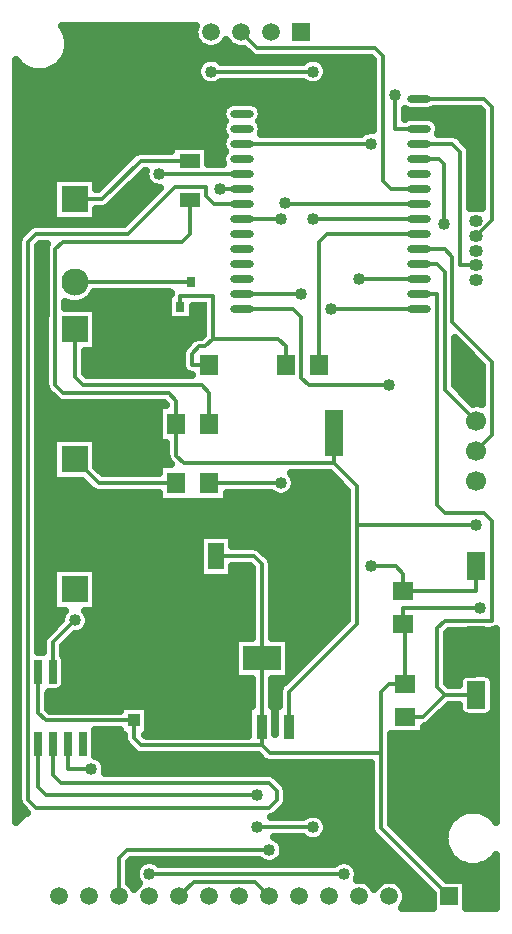
<source format=gtl>
G04 DipTrace 3.3.0.0*
G04 ESP32externalssr.gtl*
%MOIN*%
G04 #@! TF.FileFunction,Copper,L1,Top*
G04 #@! TF.Part,Single*
%AMOUTLINE0*
4,1,4,
-0.031496,-0.045276,
-0.031496,0.045276,
0.031496,0.045276,
0.031496,-0.045276,
-0.031496,-0.045276,
0*%
%AMOUTLINE1*
4,1,4,
-0.013,-0.04,
0.013,-0.04,
0.013,0.04,
-0.013,0.04,
-0.013,-0.04,
0*%
G04 #@! TA.AperFunction,Conductor*
%ADD13C,0.012992*%
G04 #@! TA.AperFunction,CopperBalancing*
%ADD14C,0.025*%
%ADD17R,0.062992X0.153543*%
%ADD19R,0.055118X0.088583*%
%ADD20R,0.03937X0.043307*%
%ADD21R,0.070866X0.047244*%
G04 #@! TA.AperFunction,ComponentPad*
%ADD22R,0.090551X0.090551*%
%ADD23C,0.090551*%
%ADD24R,0.045276X0.041339*%
%ADD25O,0.045276X0.041339*%
%ADD26R,0.066929X0.066929*%
%ADD27C,0.066929*%
%ADD28R,0.062992X0.070866*%
%ADD29R,0.070866X0.062992*%
%ADD31R,0.031496X0.035433*%
%ADD33R,0.037402X0.084646*%
%ADD34R,0.127953X0.084646*%
%ADD36O,0.07874X0.027559*%
G04 #@! TA.AperFunction,ComponentPad*
%ADD38R,0.059055X0.059055*%
%ADD39C,0.059055*%
G04 #@! TA.AperFunction,ViaPad*
%ADD40C,0.04*%
%ADD89OUTLINE0*%
%ADD90OUTLINE1*%
%FSLAX26Y26*%
G04*
G70*
G90*
G75*
G01*
G04 Top*
%LPD*%
X507795Y1221673D2*
D13*
Y1085157D1*
X533780Y1059173D1*
X826546D1*
X1968819Y2674882D2*
X2021776Y2727839D1*
Y3105530D1*
X1995790Y3131516D1*
X1778318D1*
X826546Y1059173D2*
Y1001937D1*
X852530Y975953D1*
X1253318D1*
X1279302Y949969D1*
X1650610D1*
Y701201D1*
X1879055Y472756D1*
X1650610Y949969D2*
Y1155530D1*
X1676596Y1181516D1*
X1731516D1*
X1253318Y975953D2*
Y1037765D1*
Y1266112D2*
Y1580528D1*
X1227329Y1606516D1*
X1100266D1*
X1253318Y1037765D2*
Y1266112D1*
X1725266Y1381516D2*
Y1432500D1*
X1980315D1*
X1731516Y1181516D2*
Y1381516D1*
X1725266D1*
X1618547Y1573917D2*
X1699283D1*
X1725266Y1547934D1*
Y1491752D1*
X1618547Y2981516D2*
X1187766D1*
X1725266Y1491752D2*
X1968819D1*
Y1575265D1*
X1162766Y1037765D2*
Y1472657D1*
X1100266D1*
X1968819Y2773307D2*
Y3055531D1*
X1942835Y3081516D1*
X1778318D1*
X1187766Y3131516D2*
X1246626D1*
Y3168988D1*
X1324453D1*
X746094Y2244409D2*
X968819D1*
X1100266Y1472657D2*
X1028075D1*
X1002091Y1498642D1*
Y1653071D1*
X1126795Y1777776D1*
X1494016D1*
Y1681516D1*
X826546Y1126102D2*
X693878D1*
X657795Y1162185D1*
X607795D1*
Y1221673D1*
X853071Y3131516D2*
X983024Y3261469D1*
X1324453D1*
X1002091Y1653071D2*
X630236D1*
X1968819Y1327234D2*
X2019803D1*
Y1248965D1*
X2008307D1*
X657795Y1162185D2*
Y1221673D1*
X1100266Y1472657D2*
Y1152087D1*
X1074282Y1126102D1*
X826546D1*
X1324453Y3168988D2*
X1458933Y3034508D1*
X1618547D1*
X968819Y2244409D2*
Y2305831D1*
X994803Y2331815D1*
X1030332D1*
X1056319Y2357802D1*
Y2437765D1*
X1968819Y895984D2*
Y817720D1*
X1779055D1*
X2008307Y1248965D2*
Y1208783D1*
X2019803D1*
Y895984D1*
X1968819D1*
X1731516Y1071280D2*
X1790425D1*
X1863161Y1144016D1*
X1837177Y1170000D1*
Y1366016D1*
X1863161Y1392000D1*
X2019803D1*
Y1725047D1*
X1993819Y1751031D1*
X1863161D1*
X1837177Y1777016D1*
Y2481516D1*
X1778318D1*
X1968819Y1144016D2*
X1863161D1*
X1483508Y2431516D2*
X1778318D1*
X1579055Y2531516D2*
X1778318D1*
X1384961Y2481516D2*
X1187766D1*
X1679055Y2175988D2*
X1410752D1*
X1384768Y2201972D1*
Y2405531D1*
X1358783Y2431516D1*
X1187766D1*
X1238976Y810913D2*
X533780D1*
X507795Y836898D1*
Y979673D1*
X1084961Y3221980D2*
X1424453D1*
X1279055Y472756D2*
X1230035Y521776D1*
X1028075D1*
X979055Y472756D1*
X1424453Y703154D2*
X1238976D1*
X1424453Y2731516D2*
X1778318D1*
X1184961Y3353858D2*
X1237862Y3300957D1*
X1632051D1*
X1658035Y3274972D1*
Y2857500D1*
X1684020Y2831516D1*
X1778318D1*
X685555Y896386D2*
X607795D1*
Y979673D1*
X1697524Y3145020D2*
Y3031516D1*
X1778318D1*
X879055Y547760D2*
X1528075D1*
X1278465Y626736D2*
X805043D1*
X779055Y600748D1*
Y472756D1*
X1331457Y2784508D2*
X1334449Y2781516D1*
X1778318D1*
X630236Y1930236D2*
X709764Y1850709D1*
X968819D1*
X911295Y2881516D2*
X1187766D1*
X1115402Y2831516D2*
X1187766D1*
Y2781516D2*
X1093673D1*
X1067689Y2807500D1*
Y2838457D1*
X963421D1*
X806484Y2681520D1*
X501287D1*
X475303Y2655535D1*
Y794610D1*
X501287Y768626D1*
X1278465D1*
X1304449Y794610D1*
Y824417D1*
X1278465Y850402D1*
X583780D1*
X557795Y876386D1*
Y979673D1*
X630236Y2363307D2*
Y2202878D1*
X656220Y2176894D1*
X1053071D1*
X1079055Y2150909D1*
Y2047559D1*
X1012766Y2795344D2*
Y2681522D1*
X986780Y2655535D1*
X591453D1*
X565469Y2629551D1*
Y2176894D1*
X591453Y2150909D1*
X942835D1*
X968819Y2124925D1*
Y2047559D1*
Y1942165D1*
X994803Y1916181D1*
X1494016D1*
X1570984Y1839213D1*
Y1711543D1*
Y1381669D1*
X1343869Y1154554D1*
Y1037765D1*
X1570984Y1711543D2*
X1968819D1*
X1494016Y1916181D2*
Y2016161D1*
X1444016Y2244409D2*
Y2655530D1*
X1470001Y2681516D1*
X1778318D1*
X630236Y2796378D2*
X720823D1*
X849710Y2925265D1*
X1012766D1*
X630236Y2519213D2*
X746350D1*
X747580Y2520442D1*
X1018917D1*
X1079055Y2244409D2*
X1019803D1*
Y2279846D1*
X1045787Y2305831D1*
X1065571D1*
X1091555Y2331815D1*
Y2474972D1*
X981516D1*
Y2437765D1*
X1091555Y2331815D2*
X1307795D1*
X1333780Y2305831D1*
Y2244409D1*
X1317953Y2731516D2*
X1187766D1*
X1079055Y1850709D2*
X1317953D1*
X630236Y1392913D2*
X557795Y1320472D1*
Y1221673D1*
X1778318Y2981516D2*
X1889157D1*
X1915142Y2955531D1*
Y2753283D1*
Y2576457D1*
X1968819D1*
Y2056516D2*
X1863161Y2162173D1*
Y2555530D1*
X1837176Y2581516D1*
X1778318D1*
Y2931516D2*
X1844374D1*
X1862150Y2913740D1*
X1862154Y2713799D1*
X1968819Y1956516D2*
X2021772Y2009469D1*
Y2254055D1*
X1889146Y2386681D1*
Y2605531D1*
X1863161Y2631516D1*
X1778318D1*
D40*
X1980315Y1432500D3*
X1618547Y1573917D3*
Y2981516D3*
Y3034508D3*
X746094Y2244409D3*
X1324453Y3261469D3*
Y3168988D3*
X1779055Y817720D3*
X2008307Y1248965D3*
X853071Y3131516D3*
X1483508Y2431516D3*
X1579055Y2531516D3*
X1384961Y2481516D3*
X1679055Y2175988D3*
X1238976Y810913D3*
X1424453Y3221980D3*
X1084961D3*
X1238976Y703154D3*
X1424453D3*
Y2731516D3*
X685555Y896386D3*
X1697524Y3145020D3*
X1528075Y547760D3*
X879055D3*
X1278465Y626736D3*
X1331457Y2784508D3*
X1115402Y2831516D3*
X1968819Y1711543D3*
X1317953Y2731516D3*
Y1850709D3*
X630236Y1392913D3*
X911295Y2881516D3*
X1862154Y2713799D3*
X603562Y3348773D2*
D14*
X1026660D1*
X609483Y3323904D2*
X1035129D1*
X608657Y3299035D2*
X1070941D1*
X1098979D2*
X1170950D1*
X600978Y3274167D2*
X1216129D1*
X584148Y3249298D2*
X1044853D1*
X1464567D2*
X1622552D1*
X436593Y3224429D2*
X478421D1*
X545824D2*
X1036026D1*
X1473395D2*
X1622552D1*
X436593Y3199560D2*
X1041731D1*
X1467689D2*
X1622552D1*
X436593Y3174692D2*
X1622552D1*
X436593Y3149823D2*
X1622552D1*
X436593Y3124954D2*
X1622552D1*
X436593Y3100085D2*
X1123942D1*
X1251594D2*
X1622552D1*
X436593Y3075217D2*
X1119887D1*
X1255650D2*
X1622552D1*
X1733017D2*
X1986276D1*
X436593Y3050348D2*
X1124085D1*
X1251451D2*
X1622552D1*
X1841997D2*
X1986276D1*
X436593Y3025479D2*
X1119852D1*
X1255685D2*
X1600915D1*
X1846231D2*
X1986276D1*
X436593Y3000610D2*
X1124230D1*
X1919219D2*
X1986276D1*
X436593Y2975741D2*
X1119815D1*
X1943728D2*
X1986276D1*
X436593Y2950873D2*
X826427D1*
X1077197D2*
X1124373D1*
X1950618D2*
X1986276D1*
X436593Y2926004D2*
X801307D1*
X1077197D2*
X1119780D1*
X1950618D2*
X1986276D1*
X436593Y2901135D2*
X776440D1*
X1950618D2*
X1986276D1*
X436593Y2876266D2*
X751572D1*
X849871D2*
X862597D1*
X1950618D2*
X1986276D1*
X436593Y2851398D2*
X555967D1*
X704504D2*
X726705D1*
X825003D2*
X873364D1*
X1950618D2*
X1986276D1*
X436593Y2826529D2*
X555967D1*
X800135D2*
X902357D1*
X1950618D2*
X1986276D1*
X436593Y2801660D2*
X555967D1*
X775268D2*
X877490D1*
X1950618D2*
X1986276D1*
X436593Y2776791D2*
X555967D1*
X750400D2*
X852587D1*
X1950618D2*
X1986276D1*
X436593Y2751923D2*
X555967D1*
X704504D2*
X827718D1*
X436593Y2727054D2*
X555967D1*
X704504D2*
X802850D1*
X436593Y2702185D2*
X472787D1*
X510802Y2627579D2*
X529987D1*
X510802Y2602710D2*
X529987D1*
X510802Y2577841D2*
X529987D1*
X510802Y2552972D2*
X529987D1*
X510802Y2528104D2*
X529987D1*
X510802Y2503235D2*
X529987D1*
X510802Y2478366D2*
X529987D1*
X691730D2*
X936770D1*
X510802Y2453497D2*
X529987D1*
X661587D2*
X936770D1*
X510802Y2428629D2*
X529987D1*
X704504D2*
X936770D1*
X1026241D2*
X1056050D1*
X510802Y2403760D2*
X529987D1*
X704504D2*
X936770D1*
X1026241D2*
X1056050D1*
X510802Y2378891D2*
X529987D1*
X704504D2*
X1056050D1*
X510802Y2354022D2*
X529987D1*
X704504D2*
X1056050D1*
X510802Y2329154D2*
X529987D1*
X704504D2*
X1019950D1*
X510802Y2304285D2*
X529987D1*
X704504D2*
X995083D1*
X1898657D2*
X1922402D1*
X510802Y2279416D2*
X529987D1*
X665714D2*
X984316D1*
X1898657D2*
X1947269D1*
X510802Y2254547D2*
X529987D1*
X665714D2*
X984316D1*
X1898657D2*
X1972136D1*
X510802Y2229678D2*
X529987D1*
X665714D2*
X987798D1*
X1898657D2*
X1986276D1*
X510802Y2204810D2*
X529987D1*
X1898657D2*
X1986276D1*
X510802Y2179941D2*
X529987D1*
X1898657D2*
X1986276D1*
X510802Y2155072D2*
X538240D1*
X1919399D2*
X1986276D1*
X510802Y2130203D2*
X563000D1*
X1944266D2*
X1986276D1*
X510802Y2105335D2*
X908314D1*
X510802Y2080466D2*
X908314D1*
X510802Y2055597D2*
X908314D1*
X510802Y2030728D2*
X908314D1*
X510802Y2005860D2*
X908314D1*
X510802Y1980991D2*
X555967D1*
X704504D2*
X933325D1*
X510802Y1956122D2*
X555967D1*
X704504D2*
X933325D1*
X510802Y1931253D2*
X555967D1*
X704504D2*
X935192D1*
X510802Y1906385D2*
X555967D1*
X704504D2*
X908314D1*
X510802Y1881516D2*
X555967D1*
X1355264D2*
X1479518D1*
X510802Y1856647D2*
X654685D1*
X1366567D2*
X1504386D1*
X510802Y1831778D2*
X679552D1*
X1362907D2*
X1529255D1*
X510802Y1806909D2*
X908314D1*
X1139528D2*
X1299846D1*
X1336030D2*
X1535497D1*
X510802Y1782041D2*
X1535497D1*
X510802Y1757172D2*
X1535497D1*
X510802Y1732303D2*
X1535497D1*
X510802Y1707434D2*
X1535497D1*
X510802Y1682566D2*
X1535497D1*
X510802Y1657697D2*
X1043705D1*
X1156824D2*
X1535497D1*
X510802Y1632828D2*
X1043705D1*
X1249728D2*
X1535497D1*
X510802Y1607959D2*
X1043705D1*
X1275026D2*
X1535497D1*
X510802Y1583091D2*
X1043705D1*
X1288698D2*
X1535497D1*
X510802Y1558222D2*
X555967D1*
X704504D2*
X1043705D1*
X1156824D2*
X1217815D1*
X1288806D2*
X1535497D1*
X510802Y1533353D2*
X555967D1*
X704504D2*
X1217815D1*
X1288806D2*
X1535497D1*
X510802Y1508484D2*
X555967D1*
X704504D2*
X1217815D1*
X1288806D2*
X1535497D1*
X510802Y1483615D2*
X555967D1*
X704504D2*
X1217815D1*
X1288806D2*
X1535497D1*
X510802Y1458747D2*
X555967D1*
X704504D2*
X1217815D1*
X1288806D2*
X1535497D1*
X510802Y1433878D2*
X555967D1*
X704504D2*
X1217815D1*
X1288806D2*
X1535497D1*
X510802Y1409009D2*
X584136D1*
X676371D2*
X1217815D1*
X1288806D2*
X1535497D1*
X510802Y1384140D2*
X572295D1*
X678381D2*
X1217815D1*
X1288806D2*
X1524302D1*
X510802Y1359272D2*
X547427D1*
X664816D2*
X1217815D1*
X1288806D2*
X1499434D1*
X510802Y1334403D2*
X525394D1*
X620894D2*
X1160365D1*
X1346293D2*
X1474567D1*
X1872678D2*
X2032566D1*
X596026Y1309534D2*
X1160365D1*
X1346293D2*
X1449699D1*
X1872678D2*
X2032566D1*
X593299Y1284665D2*
X1160365D1*
X1346293D2*
X1424831D1*
X1872678D2*
X2032566D1*
X599794Y1259797D2*
X1160365D1*
X1346293D2*
X1399963D1*
X1872678D2*
X2032566D1*
X599794Y1234928D2*
X1160365D1*
X1346293D2*
X1375096D1*
X1872678D2*
X2032566D1*
X599794Y1210059D2*
X1160365D1*
X1872678D2*
X1918382D1*
X2019265D2*
X2032566D1*
X599794Y1185190D2*
X1217815D1*
X1288806D2*
X1325360D1*
X1872678D2*
X1908335D1*
X588993Y1160322D2*
X1217815D1*
X1288806D2*
X1308890D1*
X543277Y1135453D2*
X1217815D1*
X1288806D2*
X1308387D1*
X543277Y1110584D2*
X1217815D1*
X1288806D2*
X1308387D1*
X1878886D2*
X1908335D1*
X875241Y1085715D2*
X1205614D1*
X1854018D2*
X1911744D1*
X875241Y1060846D2*
X1205614D1*
X1829151D2*
X2032566D1*
X875241Y1035978D2*
X1205614D1*
X1795958D2*
X2032566D1*
X699803Y1011109D2*
X777875D1*
X875241D2*
X1205614D1*
X1686115D2*
X2032566D1*
X699803Y986240D2*
X795028D1*
X1686115D2*
X2032566D1*
X699803Y961371D2*
X817958D1*
X1686115D2*
X2032566D1*
X711537Y936503D2*
X1243615D1*
X1686115D2*
X2032566D1*
X731991Y911634D2*
X1615125D1*
X1686115D2*
X2032566D1*
X733534Y886765D2*
X1615125D1*
X1686115D2*
X2032566D1*
X1316114Y861896D2*
X1615125D1*
X1686115D2*
X2032566D1*
X1337429Y837028D2*
X1615125D1*
X1686115D2*
X2032566D1*
X1339941Y812159D2*
X1615125D1*
X1686115D2*
X2032566D1*
X1339115Y787290D2*
X1615125D1*
X1686115D2*
X2032566D1*
X436593Y762421D2*
X458327D1*
X1321425D2*
X1615125D1*
X1686115D2*
X2032566D1*
X1292035Y737552D2*
X1390669D1*
X1458215D2*
X1615125D1*
X1686115D2*
X1891828D1*
X1472462Y712684D2*
X1615125D1*
X1688269D2*
X1871948D1*
X1470846Y687815D2*
X1617959D1*
X1713136D2*
X1862403D1*
X1310122Y662946D2*
X1398600D1*
X1450285D2*
X1639706D1*
X1738004D2*
X1860034D1*
X1326054Y638077D2*
X1664573D1*
X1762873D2*
X1864304D1*
X1325444Y613209D2*
X1689441D1*
X1787740D2*
X1876255D1*
X815816Y588340D2*
X853878D1*
X904235D2*
X1249752D1*
X1307178D2*
X1502879D1*
X1553273D2*
X1714308D1*
X1812608D2*
X1900692D1*
X2014887D2*
X2032566D1*
X814560Y563471D2*
X832814D1*
X1574337D2*
X1739177D1*
X1837475D2*
X2032566D1*
X814560Y538602D2*
X830984D1*
X1576167D2*
X1764045D1*
X1862344D2*
X2032566D1*
X819764Y513734D2*
X838340D1*
X1619766D2*
X1638343D1*
X1719739D2*
X1788912D1*
X1937592D2*
X2032566D1*
X1735206Y488865D2*
X1813780D1*
X1937592D2*
X2032566D1*
X1736892Y463996D2*
X1820526D1*
X1937592D2*
X2032566D1*
X1726343Y439127D2*
X1820526D1*
X1937592D2*
X2032566D1*
X1055402Y1677299D2*
X1154318D1*
Y1639513D1*
X1229917Y1639403D1*
X1235030Y1638593D1*
X1239954Y1636993D1*
X1244566Y1634643D1*
X1248753Y1631600D1*
X1276644Y1603854D1*
X1280005Y1599917D1*
X1282710Y1595504D1*
X1284692Y1590722D1*
X1285900Y1585688D1*
X1286306Y1580517D1*
Y1334900D1*
X1343786Y1334927D1*
Y1201138D1*
X1537972Y1395310D1*
X1537996Y1825547D1*
X1480341Y1883203D1*
X1351232Y1883193D1*
X1355566Y1878035D1*
X1359378Y1871816D1*
X1362169Y1865076D1*
X1363873Y1857982D1*
X1364445Y1850709D1*
X1363873Y1843436D1*
X1362169Y1836341D1*
X1359378Y1829601D1*
X1355566Y1823382D1*
X1350828Y1817833D1*
X1345280Y1813096D1*
X1339060Y1809283D1*
X1332320Y1806492D1*
X1325226Y1804789D1*
X1317953Y1804217D1*
X1310680Y1804789D1*
X1303585Y1806492D1*
X1296845Y1809283D1*
X1290626Y1813096D1*
X1285193Y1817727D1*
X1137060Y1817720D1*
X1137043Y1788783D1*
X910831D1*
Y1817741D1*
X707176Y1817822D1*
X702063Y1818631D1*
X697139Y1820231D1*
X692528Y1822581D1*
X688340Y1825625D1*
X655354Y1858466D1*
X558469Y1858469D1*
Y2002004D1*
X702004D1*
Y1905152D1*
X723417Y1883707D1*
X910823Y1883697D1*
X910831Y1912634D1*
X951703D1*
X942131Y1922776D1*
X939427Y1927189D1*
X937445Y1931971D1*
X936236Y1937005D1*
X935831Y1942176D1*
Y1985621D1*
X910831Y1985634D1*
Y2109484D1*
X935843D1*
X932501Y2114591D1*
X929177Y2117915D1*
X588865Y2118022D1*
X583752Y2118832D1*
X578828Y2120432D1*
X574217Y2122782D1*
X570029Y2125825D1*
X542142Y2153567D1*
X538781Y2157504D1*
X536076Y2161917D1*
X534094Y2166699D1*
X532886Y2171734D1*
X532480Y2176904D1*
X532581Y2632139D1*
X533391Y2637252D1*
X534991Y2642176D1*
X537346Y2646797D1*
X530894Y2648531D1*
X514925D1*
X508298Y2641878D1*
X508291Y1288168D1*
X522882Y1288083D1*
X524807Y1295164D1*
X524908Y1323060D1*
X525718Y1328173D1*
X527318Y1333097D1*
X529668Y1337709D1*
X532711Y1341896D1*
X579940Y1389269D1*
X583720Y1393050D1*
X584316Y1400186D1*
X586020Y1407281D1*
X588811Y1414021D1*
X592623Y1420240D1*
X597003Y1425400D1*
X558469Y1425398D1*
Y1568933D1*
X702004D1*
Y1425398D1*
X663500D1*
X667849Y1420240D1*
X671661Y1414021D1*
X674453Y1407281D1*
X676156Y1400186D1*
X676728Y1392913D1*
X676156Y1385640D1*
X674453Y1378546D1*
X671661Y1371806D1*
X667849Y1365587D1*
X663112Y1360038D1*
X657563Y1355301D1*
X651344Y1351488D1*
X644604Y1348697D1*
X637509Y1346993D1*
X630392Y1346428D1*
X590762Y1306786D1*
X590940Y1278878D1*
X593383Y1275516D1*
X595270Y1271811D1*
X596555Y1267858D1*
X597206Y1263752D1*
X597287Y1181673D1*
X596962Y1177529D1*
X595991Y1173487D1*
X594400Y1169646D1*
X592228Y1166101D1*
X589528Y1162941D1*
X586367Y1160240D1*
X582823Y1158068D1*
X578982Y1156478D1*
X574940Y1155507D1*
X570787Y1155181D1*
X542709Y1155264D1*
X540783Y1148182D1*
Y1098841D1*
X547437Y1092168D1*
X780340Y1092161D1*
X780369Y1107319D1*
X872723D1*
Y1011028D1*
X864075D1*
X870903Y1008941D1*
X1208106D1*
X1208125Y1106580D1*
X1220361D1*
X1220329Y1197270D1*
X1162849Y1197297D1*
Y1334927D1*
X1220299D1*
X1220329Y1566857D1*
X1213676Y1573517D1*
X1154304Y1573528D1*
X1154318Y1535732D1*
X1046215D1*
Y1677299D1*
X1055402D1*
X793526Y1011028D2*
X780369D1*
Y1026206D1*
X696466Y1026185D1*
X697206Y1021752D1*
X697287Y941665D1*
X706663Y937811D1*
X712882Y933999D1*
X718430Y929261D1*
X723168Y923713D1*
X726980Y917493D1*
X729772Y910753D1*
X731475Y903659D1*
X732047Y896386D1*
X731475Y889113D1*
X730155Y883378D1*
X1281052Y883289D1*
X1286165Y882478D1*
X1291089Y880879D1*
X1295701Y878529D1*
X1299888Y875486D1*
X1327776Y847744D1*
X1331136Y843807D1*
X1333841Y839394D1*
X1335823Y834612D1*
X1337031Y829577D1*
X1337437Y824407D1*
X1337336Y792022D1*
X1336526Y786909D1*
X1334927Y781986D1*
X1332576Y777374D1*
X1329533Y773186D1*
X1301791Y745299D1*
X1297854Y741938D1*
X1293441Y739234D1*
X1288659Y737252D1*
X1284908Y736142D1*
X1391664D1*
X1397126Y740766D1*
X1403345Y744579D1*
X1410085Y747370D1*
X1417180Y749073D1*
X1424453Y749646D1*
X1431726Y749073D1*
X1438820Y747370D1*
X1445560Y744579D1*
X1451780Y740766D1*
X1457328Y736029D1*
X1462066Y730480D1*
X1465878Y724261D1*
X1468669Y717521D1*
X1470373Y710427D1*
X1470945Y703154D1*
X1470373Y695881D1*
X1468669Y688786D1*
X1465878Y682046D1*
X1462066Y675827D1*
X1457328Y670278D1*
X1451780Y665541D1*
X1445560Y661728D1*
X1438820Y658937D1*
X1431726Y657234D1*
X1424453Y656661D1*
X1417180Y657234D1*
X1410085Y658937D1*
X1403345Y661728D1*
X1397126Y665541D1*
X1391693Y670172D1*
X1295091Y670165D1*
X1299572Y668161D1*
X1305791Y664349D1*
X1311340Y659612D1*
X1316077Y654063D1*
X1319890Y647844D1*
X1322681Y641104D1*
X1324385Y634009D1*
X1324957Y626736D1*
X1324385Y619463D1*
X1322681Y612369D1*
X1319890Y605629D1*
X1316077Y599409D1*
X1311340Y593861D1*
X1305791Y589123D1*
X1299572Y585311D1*
X1292832Y582520D1*
X1285157Y580748D1*
X1495294D1*
X1500748Y585373D1*
X1506967Y589185D1*
X1513707Y591976D1*
X1520802Y593680D1*
X1528075Y594252D1*
X1535348Y593680D1*
X1542442Y591976D1*
X1549182Y589185D1*
X1555402Y585373D1*
X1560950Y580635D1*
X1565688Y575087D1*
X1569500Y568867D1*
X1572291Y562127D1*
X1573995Y555033D1*
X1574567Y547760D1*
X1573995Y540487D1*
X1572291Y533392D1*
X1570291Y528085D1*
X1579055Y528776D1*
X1587819Y528085D1*
X1596366Y526034D1*
X1604487Y522669D1*
X1611983Y518077D1*
X1618667Y512367D1*
X1624377Y505684D1*
X1629049Y498017D1*
X1633734Y505684D1*
X1639444Y512367D1*
X1646127Y518077D1*
X1653623Y522669D1*
X1661744Y526034D1*
X1670291Y528085D1*
X1679055Y528776D1*
X1687819Y528085D1*
X1696366Y526034D1*
X1704487Y522669D1*
X1711983Y518077D1*
X1718667Y512367D1*
X1724377Y505684D1*
X1728969Y498188D1*
X1732333Y490067D1*
X1734385Y481520D1*
X1735075Y472756D1*
X1734385Y463992D1*
X1732333Y455445D1*
X1728969Y447324D1*
X1724377Y439828D1*
X1719518Y434066D1*
X1823031Y434075D1*
X1823035Y482154D1*
X1625526Y679777D1*
X1622483Y683965D1*
X1620133Y688576D1*
X1618534Y693500D1*
X1617723Y698613D1*
X1617622Y765505D1*
Y916972D1*
X1276714Y917081D1*
X1271601Y917892D1*
X1266677Y919491D1*
X1262066Y921841D1*
X1257878Y924885D1*
X1239660Y942958D1*
X849942Y943066D1*
X844829Y943875D1*
X839906Y945475D1*
X835294Y947825D1*
X831106Y950869D1*
X803219Y978610D1*
X799858Y982547D1*
X797154Y986961D1*
X795172Y991743D1*
X793963Y996777D1*
X793558Y1001948D1*
X960028Y2975379D2*
X1074692D1*
Y2914484D1*
X1125703Y2914504D1*
X1123875Y2919071D1*
X1122400Y2925215D1*
X1121904Y2931516D1*
X1122400Y2937816D1*
X1123875Y2943961D1*
X1126294Y2949799D1*
X1129596Y2955186D1*
X1130627Y2956496D1*
X1127839Y2960474D1*
X1124970Y2966105D1*
X1123017Y2972114D1*
X1122029Y2978356D1*
Y2984676D1*
X1123017Y2990917D1*
X1124970Y2996927D1*
X1127839Y3002558D1*
X1130627Y3006496D1*
X1127839Y3010474D1*
X1124970Y3016105D1*
X1123017Y3022114D1*
X1122029Y3028356D1*
Y3034676D1*
X1123017Y3040917D1*
X1124970Y3046927D1*
X1127839Y3052558D1*
X1130627Y3056496D1*
X1127839Y3060474D1*
X1124970Y3066105D1*
X1123017Y3072114D1*
X1122029Y3078356D1*
Y3084676D1*
X1123017Y3090917D1*
X1124970Y3096927D1*
X1127839Y3102558D1*
X1131552Y3107671D1*
X1136021Y3112139D1*
X1141134Y3115853D1*
X1146765Y3118722D1*
X1152774Y3120675D1*
X1159016Y3121663D1*
X1198921Y3121787D1*
X1216517Y3121663D1*
X1222759Y3120675D1*
X1228768Y3118722D1*
X1234399Y3115853D1*
X1239512Y3112139D1*
X1243980Y3107671D1*
X1247694Y3102558D1*
X1250563Y3096927D1*
X1252516Y3090917D1*
X1253504Y3084676D1*
Y3078356D1*
X1252516Y3072114D1*
X1250563Y3066105D1*
X1247694Y3060474D1*
X1244906Y3056535D1*
X1247694Y3052558D1*
X1250563Y3046927D1*
X1252516Y3040917D1*
X1253504Y3034676D1*
Y3028356D1*
X1252516Y3022114D1*
X1250563Y3016105D1*
X1249824Y3014500D1*
X1585759Y3014504D1*
X1591220Y3019129D1*
X1597440Y3022941D1*
X1604180Y3025732D1*
X1611274Y3027436D1*
X1618547Y3028008D1*
X1625042Y3027528D1*
X1625047Y3261304D1*
X1618394Y3267962D1*
X1431726Y3267900D1*
X1438820Y3266197D1*
X1445560Y3263406D1*
X1451780Y3259593D1*
X1457328Y3254856D1*
X1462066Y3249307D1*
X1465878Y3243088D1*
X1468669Y3236348D1*
X1470373Y3229253D1*
X1470945Y3221980D1*
X1470373Y3214707D1*
X1468669Y3207613D1*
X1465878Y3200873D1*
X1462066Y3194654D1*
X1457328Y3189105D1*
X1451780Y3184367D1*
X1445560Y3180555D1*
X1438820Y3177764D1*
X1431726Y3176060D1*
X1424453Y3175488D1*
X1417180Y3176060D1*
X1410085Y3177764D1*
X1403345Y3180555D1*
X1397126Y3184367D1*
X1391693Y3188999D1*
X1117751Y3188992D1*
X1112287Y3184367D1*
X1106068Y3180555D1*
X1099328Y3177764D1*
X1092234Y3176060D1*
X1084961Y3175488D1*
X1077688Y3176060D1*
X1070593Y3177764D1*
X1063853Y3180555D1*
X1057634Y3184367D1*
X1052085Y3189105D1*
X1047348Y3194654D1*
X1043535Y3200873D1*
X1040744Y3207613D1*
X1039041Y3214707D1*
X1038469Y3221980D1*
X1039041Y3229253D1*
X1040744Y3236348D1*
X1043535Y3243088D1*
X1047348Y3249307D1*
X1052085Y3254856D1*
X1057634Y3259593D1*
X1063853Y3263406D1*
X1070593Y3266197D1*
X1077688Y3267900D1*
X1084961Y3268472D1*
X1092234Y3267900D1*
X1099328Y3266197D1*
X1106068Y3263406D1*
X1112287Y3259593D1*
X1117720Y3254962D1*
X1391663Y3254969D1*
X1397126Y3259593D1*
X1403345Y3263406D1*
X1410085Y3266197D1*
X1417760Y3267969D1*
X1235274Y3268070D1*
X1230161Y3268879D1*
X1225238Y3270479D1*
X1220626Y3272829D1*
X1216438Y3275873D1*
X1193654Y3298513D1*
X1184961Y3297839D1*
X1176197Y3298529D1*
X1167650Y3300580D1*
X1159529Y3303945D1*
X1152033Y3308537D1*
X1145349Y3314247D1*
X1139639Y3320930D1*
X1134967Y3328597D1*
X1130282Y3320930D1*
X1124572Y3314247D1*
X1117888Y3308537D1*
X1110392Y3303945D1*
X1102272Y3300580D1*
X1093724Y3298529D1*
X1084961Y3297839D1*
X1076197Y3298529D1*
X1067650Y3300580D1*
X1059529Y3303945D1*
X1052033Y3308537D1*
X1045349Y3314247D1*
X1039639Y3320930D1*
X1035047Y3328427D1*
X1031682Y3336547D1*
X1029631Y3345094D1*
X1028941Y3353858D1*
X1029631Y3362622D1*
X1031682Y3371169D1*
X1032593Y3373635D1*
X586822Y3373642D1*
X593390Y3364286D1*
X597046Y3357757D1*
X600180Y3350961D1*
X602769Y3343940D1*
X604801Y3336738D1*
X606261Y3329398D1*
X607140Y3321966D1*
X607434Y3314488D1*
X607140Y3307010D1*
X606261Y3299579D1*
X604801Y3292239D1*
X602769Y3285037D1*
X600180Y3278016D1*
X597046Y3271219D1*
X593390Y3264690D1*
X589232Y3258467D1*
X584598Y3252591D1*
X579520Y3247094D1*
X574024Y3242016D1*
X568147Y3237382D1*
X561924Y3233224D1*
X555395Y3229568D1*
X548598Y3226434D1*
X541577Y3223845D1*
X534375Y3221814D1*
X527035Y3220353D1*
X519604Y3219474D1*
X512126Y3219180D1*
X504648Y3219474D1*
X497217Y3220353D1*
X489877Y3221814D1*
X482675Y3223845D1*
X475654Y3226434D1*
X468857Y3229568D1*
X462328Y3233224D1*
X456105Y3237382D1*
X450228Y3242016D1*
X444732Y3247094D1*
X439654Y3252591D1*
X434062Y3259902D1*
X434075Y721131D1*
X439654Y728354D1*
X444732Y733850D1*
X450228Y738929D1*
X456105Y743563D1*
X462328Y747720D1*
X470954Y752344D1*
X450219Y773186D1*
X447176Y777374D1*
X444825Y781986D1*
X443226Y786909D1*
X442416Y792022D1*
X442315Y858915D1*
X442416Y2658123D1*
X443226Y2663236D1*
X444825Y2668160D1*
X447176Y2672772D1*
X450219Y2676959D1*
X477961Y2704846D1*
X481898Y2708207D1*
X486311Y2710912D1*
X491093Y2712894D1*
X496127Y2714102D1*
X501298Y2714508D1*
X792846D1*
X913403Y2835091D1*
X907647Y2835167D1*
X900442Y2836308D1*
X893504Y2838563D1*
X887003Y2841875D1*
X881101Y2846163D1*
X875942Y2851322D1*
X871655Y2857223D1*
X868343Y2863724D1*
X866088Y2870663D1*
X864946Y2877867D1*
Y2885164D1*
X866068Y2892272D1*
X863381Y2892277D1*
X742247Y2771294D1*
X738059Y2768251D1*
X733448Y2765900D1*
X728524Y2764301D1*
X723411Y2763491D1*
X701984Y2763390D1*
X702004Y2724610D1*
X558469D1*
Y2868146D1*
X702004D1*
Y2829354D1*
X707136Y2829366D1*
X828286Y2950349D1*
X832474Y2953392D1*
X837085Y2955743D1*
X842009Y2957343D1*
X847122Y2958152D1*
X914014Y2958253D1*
X950867D1*
X950841Y2975379D1*
X960028D1*
X598479Y2435075D2*
X702004D1*
Y2291539D1*
X663213D1*
X663224Y2216576D1*
X669878Y2209888D1*
X1021067Y2210043D1*
Y2211442D1*
X1014643Y2211827D1*
X1009609Y2213035D1*
X1004827Y2215017D1*
X1000413Y2217722D1*
X996476Y2221083D1*
X993115Y2225020D1*
X990411Y2229433D1*
X988429Y2234215D1*
X987220Y2239249D1*
X986815Y2244409D1*
X986916Y2282434D1*
X987726Y2287547D1*
X989325Y2292471D1*
X991676Y2297083D1*
X994719Y2301270D1*
X1022461Y2329157D1*
X1026398Y2332518D1*
X1030811Y2335223D1*
X1035593Y2337205D1*
X1040627Y2338413D1*
X1045787Y2338819D1*
X1051924D1*
X1058560Y2345472D1*
X1058567Y2442016D1*
X1023770Y2441984D1*
X1023756Y2393556D1*
X939276D1*
Y2481974D1*
X949287D1*
X950146Y2485176D1*
X945427Y2487454D1*
X755276D1*
X748938Y2486325D1*
X693995Y2486224D1*
X688298Y2477029D1*
X680984Y2468465D1*
X672420Y2461151D1*
X662818Y2455268D1*
X652413Y2450958D1*
X641463Y2448328D1*
X630236Y2447445D1*
X619009Y2448328D1*
X608059Y2450958D1*
X598474Y2454890D1*
X598457Y2435094D1*
X1948133Y2767357D2*
X1952277Y2768948D1*
X1959472Y2770676D1*
X1966865Y2771256D1*
X1974488Y2771110D1*
X1981797Y2769953D1*
X1988794Y2767681D1*
X1988787Y3091883D1*
X1982134Y3098520D1*
X1827026Y3098528D1*
X1822192Y3095634D1*
X1816353Y3093215D1*
X1810209Y3091740D1*
X1803908Y3091244D1*
X1749567Y3091369D1*
X1743325Y3092357D1*
X1737316Y3094310D1*
X1731685Y3097178D1*
X1730504Y3097967D1*
X1730512Y3065105D1*
X1734444Y3067398D1*
X1740282Y3069816D1*
X1746427Y3071291D1*
X1752739Y3071787D1*
X1807068Y3071663D1*
X1813310Y3070675D1*
X1819319Y3068722D1*
X1824950Y3065853D1*
X1830063Y3062139D1*
X1834531Y3057671D1*
X1838245Y3052558D1*
X1841114Y3046927D1*
X1843067Y3040917D1*
X1844055Y3034676D1*
Y3028356D1*
X1843067Y3022114D1*
X1841114Y3016105D1*
X1840375Y3014500D1*
X1891745Y3014403D1*
X1896858Y3013593D1*
X1901782Y3011993D1*
X1906394Y3009643D1*
X1910581Y3006600D1*
X1938469Y2978858D1*
X1941829Y2974921D1*
X1944534Y2970508D1*
X1946516Y2965726D1*
X1947724Y2960692D1*
X1948130Y2955531D1*
Y2767391D1*
X1956789Y2115207D2*
X1964114Y2116287D1*
X1973524D1*
X1982815Y2114816D1*
X1988778Y2113009D1*
X1988783Y2240383D1*
X1896163Y2333012D1*
X1896150Y2175840D1*
X1956748Y2115239D1*
X1793441Y1038445D2*
Y1013291D1*
X1683600D1*
X1683598Y714891D1*
X1869697Y528766D1*
X1935075Y528776D1*
Y434077D1*
X2035035Y434075D1*
X2034902Y610436D1*
X2030268Y604559D1*
X2025189Y599063D1*
X2019693Y593984D1*
X2013816Y589350D1*
X2007593Y585193D1*
X2001064Y581537D1*
X1994268Y578403D1*
X1987247Y575814D1*
X1980045Y573782D1*
X1972705Y572322D1*
X1965273Y571442D1*
X1957795Y571148D1*
X1950318Y571442D1*
X1942886Y572322D1*
X1935546Y573782D1*
X1928344Y575814D1*
X1921323Y578403D1*
X1914526Y581537D1*
X1907997Y585193D1*
X1901774Y589350D1*
X1895898Y593984D1*
X1890402Y599063D1*
X1885323Y604559D1*
X1880689Y610436D1*
X1876531Y616659D1*
X1872875Y623188D1*
X1869741Y629984D1*
X1867152Y637005D1*
X1865121Y644207D1*
X1863660Y651547D1*
X1862781Y658979D1*
X1862487Y666457D1*
X1862781Y673934D1*
X1863660Y681366D1*
X1865121Y688706D1*
X1867152Y695908D1*
X1869741Y702929D1*
X1872875Y709726D1*
X1876531Y716255D1*
X1880689Y722478D1*
X1885323Y728354D1*
X1890402Y733850D1*
X1895898Y738929D1*
X1901774Y743563D1*
X1907997Y747720D1*
X1914526Y751377D1*
X1921323Y754510D1*
X1928344Y757100D1*
X1935546Y759131D1*
X1942886Y760592D1*
X1950318Y761471D1*
X1957795Y761765D1*
X1965273Y761471D1*
X1972705Y760592D1*
X1980045Y759131D1*
X1987247Y757100D1*
X1994268Y754510D1*
X2001064Y751377D1*
X2007593Y747720D1*
X2013816Y743563D1*
X2019693Y738929D1*
X2025189Y733850D1*
X2030268Y728354D1*
X2035047Y722259D1*
X2035059Y1362781D1*
X2029997Y1360626D1*
X2024963Y1359417D1*
X2019793Y1359012D1*
X1876804D1*
X1870172Y1352358D1*
X1870165Y1183688D1*
X1876819Y1177010D1*
X1910852Y1177004D1*
X1910912Y1191370D1*
X1911562Y1195476D1*
X1912846Y1199429D1*
X1914734Y1203134D1*
X1917177Y1206496D1*
X1920117Y1209436D1*
X1923480Y1211879D1*
X1927184Y1213766D1*
X1931138Y1215051D1*
X1935244Y1215702D1*
X2000315Y1215783D1*
X2004458Y1215458D1*
X2008501Y1214487D1*
X2012341Y1212896D1*
X2015886Y1210724D1*
X2019047Y1208024D1*
X2021747Y1204864D1*
X2023919Y1201319D1*
X2025510Y1197478D1*
X2026480Y1193436D1*
X2026807Y1189291D1*
X2026724Y1096661D1*
X2026075Y1092555D1*
X2024790Y1088602D1*
X2022903Y1084898D1*
X2020459Y1081535D1*
X2017520Y1078596D1*
X2014156Y1076152D1*
X2010453Y1074265D1*
X2006499Y1072980D1*
X2002392Y1072329D1*
X1937323Y1072248D1*
X1933178Y1072573D1*
X1929135Y1073545D1*
X1925295Y1075135D1*
X1921751Y1077307D1*
X1918589Y1080008D1*
X1915890Y1083168D1*
X1913718Y1086713D1*
X1912126Y1090554D1*
X1911156Y1094596D1*
X1910831Y1098748D1*
X1910829Y1111049D1*
X1876848Y1111028D1*
X1811849Y1046196D1*
X1807661Y1043152D1*
X1803050Y1040802D1*
X1798126Y1039203D1*
X1795576Y1038697D1*
X1286316Y1106580D2*
X1298510D1*
X1298676Y1014882D1*
Y1106580D1*
X1310912D1*
X1310982Y1157142D1*
X1311793Y1162255D1*
X1313391Y1167178D1*
X1315741Y1171790D1*
X1318785Y1175978D1*
X1339954Y1197291D1*
X1286336Y1197297D1*
X1286306Y1106606D1*
X829062Y498017D2*
X833734Y505684D1*
X839444Y512367D1*
X844441Y516747D1*
X841442Y520433D1*
X837630Y526652D1*
X834839Y533392D1*
X833135Y540487D1*
X832563Y547760D1*
X833135Y555033D1*
X834839Y562127D1*
X837630Y568867D1*
X841442Y575087D1*
X846180Y580635D1*
X851728Y585373D1*
X857948Y589185D1*
X864688Y591976D1*
X872362Y593748D1*
X818681D1*
X812054Y587094D1*
X812043Y518035D1*
X818667Y512367D1*
X824377Y505684D1*
X829049Y498017D1*
X885748Y593748D2*
X893423Y591976D1*
X900163Y589185D1*
X906382Y585373D1*
X911815Y580741D1*
X1271192Y580816D1*
X1264097Y582520D1*
X1257357Y585311D1*
X1251138Y589123D1*
X1245705Y593755D1*
X885856Y593748D1*
X951710Y1912621D2*
X943735Y1920741D1*
X942131Y1922776D1*
D17*
X1494016Y1681516D3*
Y2016161D3*
D19*
X1100266Y1606516D3*
Y1472657D3*
D20*
X826546Y1059173D3*
Y1126102D3*
D21*
X1012766Y2925265D3*
Y2795344D3*
D22*
X630236Y2796378D3*
D23*
Y2952283D3*
D22*
Y2363307D3*
D23*
Y2519213D3*
D22*
Y1930236D3*
D23*
Y2086142D3*
D24*
X1968819Y2773307D3*
D25*
Y2724094D3*
Y2674882D3*
Y2625669D3*
Y2576457D3*
Y2527244D3*
D26*
Y2156516D3*
D27*
Y2056516D3*
Y1956516D3*
Y1856516D3*
D22*
X630236Y1497165D3*
D23*
Y1653071D3*
D28*
X1444016Y2244409D3*
X1333780D3*
X968819D3*
X1079055D3*
Y2047559D3*
X968819D3*
X1079055Y1850709D3*
X968819D3*
D29*
X1725266Y1381516D3*
Y1491752D3*
X1731516Y1181516D3*
Y1071280D3*
D31*
X981516Y2437765D3*
X1056319D3*
X1018917Y2520442D3*
D33*
X1162766Y1037765D3*
X1253318D3*
X1343869D3*
D34*
X1253318Y1266112D3*
D89*
X1968818Y1575265D3*
Y1327234D3*
Y1144016D3*
Y895984D3*
D36*
X1187766Y3131516D3*
Y3081516D3*
Y3031516D3*
Y2981516D3*
Y2931516D3*
Y2881516D3*
Y2831516D3*
Y2781516D3*
Y2731516D3*
Y2681516D3*
Y2631516D3*
Y2581516D3*
Y2531516D3*
Y2481516D3*
Y2431516D3*
X1778318D3*
Y2481516D3*
Y2531516D3*
Y2581516D3*
Y2631516D3*
Y2681516D3*
Y2731516D3*
Y2781516D3*
Y2831516D3*
Y2881516D3*
Y2931516D3*
Y2981516D3*
Y3031516D3*
Y3081516D3*
Y3131516D3*
D90*
X657795Y1221673D3*
X607795D3*
X557795D3*
X507795D3*
Y979673D3*
X557795D3*
X607795D3*
X657795D3*
D38*
X1879055Y472756D3*
D39*
X1779055D3*
X1679055D3*
X1579055D3*
X1479055D3*
X1379055D3*
X1279055D3*
X1179055D3*
X1079055D3*
X979055D3*
X879055D3*
X779055D3*
X679055D3*
X579055D3*
D38*
X1384961Y3353858D3*
D39*
X1284961D3*
X1184961D3*
X1084961D3*
M02*

</source>
